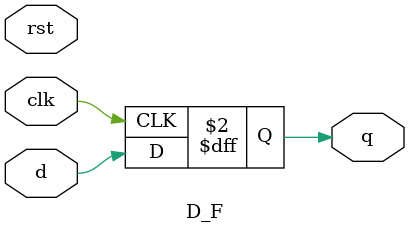
<source format=v>
module D_F(d,q,clk,rst);
input d,clk,rst;
output reg q;

always@(negedge clk )
begin
    q=d;
 end

endmodule
</source>
